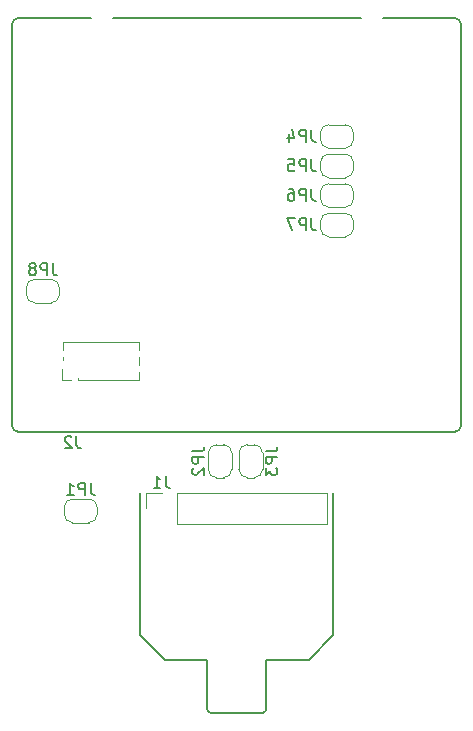
<source format=gbr>
%TF.GenerationSoftware,KiCad,Pcbnew,5.1.6*%
%TF.CreationDate,2020-09-04T21:44:15-07:00*%
%TF.ProjectId,sniffer,736e6966-6665-4722-9e6b-696361645f70,rev?*%
%TF.SameCoordinates,Original*%
%TF.FileFunction,Legend,Bot*%
%TF.FilePolarity,Positive*%
%FSLAX46Y46*%
G04 Gerber Fmt 4.6, Leading zero omitted, Abs format (unit mm)*
G04 Created by KiCad (PCBNEW 5.1.6) date 2020-09-04 21:44:15*
%MOMM*%
%LPD*%
G01*
G04 APERTURE LIST*
%ADD10C,0.150000*%
%ADD11C,0.120000*%
%ADD12C,2.300000*%
%ADD13O,1.800000X1.800000*%
%ADD14R,1.800000X1.800000*%
%ADD15O,1.100000X1.100000*%
%ADD16R,1.100000X1.100000*%
%ADD17C,1.800000*%
%ADD18C,0.100000*%
G04 APERTURE END LIST*
D10*
%TO.C,J1*%
X126100000Y-96800000D02*
X122500000Y-96800000D01*
X113900000Y-96800000D02*
X117500000Y-96800000D01*
X122500000Y-101000000D02*
X122500000Y-96800000D01*
X117800000Y-101300000D02*
X122200000Y-101300000D01*
X117500000Y-96800000D02*
X117500000Y-101000000D01*
X128200000Y-94700000D02*
X126100000Y-96800000D01*
X111800000Y-94700000D02*
X113900000Y-96800000D01*
X128200000Y-82700000D02*
X128200000Y-94700000D01*
X111800000Y-82700000D02*
X111800000Y-94700000D01*
D11*
X112320000Y-82670000D02*
X112320000Y-84000000D01*
X113650000Y-82670000D02*
X112320000Y-82670000D01*
X114920000Y-82670000D02*
X114920000Y-85330000D01*
X114920000Y-85330000D02*
X127680000Y-85330000D01*
X114920000Y-82670000D02*
X127680000Y-82670000D01*
X127680000Y-82670000D02*
X127680000Y-85330000D01*
D10*
X122200000Y-101300000D02*
G75*
G03*
X122500000Y-101000000I0J300000D01*
G01*
X117500000Y-101000000D02*
G75*
G03*
X117800000Y-101300000I300000J0D01*
G01*
D11*
%TO.C,J2*%
X105200000Y-73120000D02*
X105960000Y-73120000D01*
X111735000Y-69950000D02*
X111735000Y-70592470D01*
X111735000Y-71207530D02*
X111735000Y-71862470D01*
X111735000Y-72477530D02*
X111735000Y-73120000D01*
X106595000Y-72930000D02*
X106595000Y-73120000D01*
X106595000Y-73120000D02*
X111735000Y-73120000D01*
X105265000Y-69950000D02*
X111735000Y-69950000D01*
X105265000Y-71207530D02*
X105265000Y-71410000D01*
X105200000Y-72170000D02*
X105200000Y-73120000D01*
X105265000Y-69950000D02*
X105265000Y-70592470D01*
D10*
X101500000Y-77500000D02*
X138500000Y-77500000D01*
X139000000Y-77000000D02*
X139000000Y-43000000D01*
X138500000Y-42500000D02*
X101500000Y-42500000D01*
X101000000Y-43000000D02*
X101000000Y-77000000D01*
X101500000Y-42500000D02*
G75*
G03*
X101000000Y-43000000I0J-500000D01*
G01*
X101000000Y-77000000D02*
G75*
G03*
X101500000Y-77500000I500000J0D01*
G01*
X138500000Y-77500000D02*
G75*
G03*
X139000000Y-77000000I0J500000D01*
G01*
X139000000Y-43000000D02*
G75*
G03*
X138500000Y-42500000I-500000J0D01*
G01*
D11*
%TO.C,JP1*%
X106100000Y-85200000D02*
X107500000Y-85200000D01*
X108200000Y-84500000D02*
X108200000Y-83900000D01*
X107500000Y-83200000D02*
X106100000Y-83200000D01*
X105400000Y-83900000D02*
X105400000Y-84500000D01*
X105400000Y-84500000D02*
G75*
G03*
X106100000Y-85200000I700000J0D01*
G01*
X106100000Y-83200000D02*
G75*
G03*
X105400000Y-83900000I0J-700000D01*
G01*
X108200000Y-83900000D02*
G75*
G03*
X107500000Y-83200000I-700000J0D01*
G01*
X107500000Y-85200000D02*
G75*
G03*
X108200000Y-84500000I0J700000D01*
G01*
%TO.C,JP2*%
X119600000Y-80700000D02*
X119600000Y-79300000D01*
X118900000Y-78600000D02*
X118300000Y-78600000D01*
X117600000Y-79300000D02*
X117600000Y-80700000D01*
X118300000Y-81400000D02*
X118900000Y-81400000D01*
X118900000Y-81400000D02*
G75*
G03*
X119600000Y-80700000I0J700000D01*
G01*
X117600000Y-80700000D02*
G75*
G03*
X118300000Y-81400000I700000J0D01*
G01*
X118300000Y-78600000D02*
G75*
G03*
X117600000Y-79300000I0J-700000D01*
G01*
X119600000Y-79300000D02*
G75*
G03*
X118900000Y-78600000I-700000J0D01*
G01*
%TO.C,JP3*%
X122200000Y-80700000D02*
X122200000Y-79300000D01*
X121500000Y-78600000D02*
X120900000Y-78600000D01*
X120200000Y-79300000D02*
X120200000Y-80700000D01*
X120900000Y-81400000D02*
X121500000Y-81400000D01*
X121500000Y-81400000D02*
G75*
G03*
X122200000Y-80700000I0J700000D01*
G01*
X120200000Y-80700000D02*
G75*
G03*
X120900000Y-81400000I700000J0D01*
G01*
X120900000Y-78600000D02*
G75*
G03*
X120200000Y-79300000I0J-700000D01*
G01*
X122200000Y-79300000D02*
G75*
G03*
X121500000Y-78600000I-700000J0D01*
G01*
%TO.C,JP4*%
X129200000Y-51500000D02*
X127800000Y-51500000D01*
X127100000Y-52200000D02*
X127100000Y-52800000D01*
X127800000Y-53500000D02*
X129200000Y-53500000D01*
X129900000Y-52800000D02*
X129900000Y-52200000D01*
X129900000Y-52200000D02*
G75*
G03*
X129200000Y-51500000I-700000J0D01*
G01*
X129200000Y-53500000D02*
G75*
G03*
X129900000Y-52800000I0J700000D01*
G01*
X127100000Y-52800000D02*
G75*
G03*
X127800000Y-53500000I700000J0D01*
G01*
X127800000Y-51500000D02*
G75*
G03*
X127100000Y-52200000I0J-700000D01*
G01*
%TO.C,JP5*%
X129200000Y-54000000D02*
X127800000Y-54000000D01*
X127100000Y-54700000D02*
X127100000Y-55300000D01*
X127800000Y-56000000D02*
X129200000Y-56000000D01*
X129900000Y-55300000D02*
X129900000Y-54700000D01*
X129900000Y-54700000D02*
G75*
G03*
X129200000Y-54000000I-700000J0D01*
G01*
X129200000Y-56000000D02*
G75*
G03*
X129900000Y-55300000I0J700000D01*
G01*
X127100000Y-55300000D02*
G75*
G03*
X127800000Y-56000000I700000J0D01*
G01*
X127800000Y-54000000D02*
G75*
G03*
X127100000Y-54700000I0J-700000D01*
G01*
%TO.C,JP6*%
X129200000Y-56500000D02*
X127800000Y-56500000D01*
X127100000Y-57200000D02*
X127100000Y-57800000D01*
X127800000Y-58500000D02*
X129200000Y-58500000D01*
X129900000Y-57800000D02*
X129900000Y-57200000D01*
X129900000Y-57200000D02*
G75*
G03*
X129200000Y-56500000I-700000J0D01*
G01*
X129200000Y-58500000D02*
G75*
G03*
X129900000Y-57800000I0J700000D01*
G01*
X127100000Y-57800000D02*
G75*
G03*
X127800000Y-58500000I700000J0D01*
G01*
X127800000Y-56500000D02*
G75*
G03*
X127100000Y-57200000I0J-700000D01*
G01*
%TO.C,JP7*%
X129200000Y-59000000D02*
X127800000Y-59000000D01*
X127100000Y-59700000D02*
X127100000Y-60300000D01*
X127800000Y-61000000D02*
X129200000Y-61000000D01*
X129900000Y-60300000D02*
X129900000Y-59700000D01*
X129900000Y-59700000D02*
G75*
G03*
X129200000Y-59000000I-700000J0D01*
G01*
X129200000Y-61000000D02*
G75*
G03*
X129900000Y-60300000I0J700000D01*
G01*
X127100000Y-60300000D02*
G75*
G03*
X127800000Y-61000000I700000J0D01*
G01*
X127800000Y-59000000D02*
G75*
G03*
X127100000Y-59700000I0J-700000D01*
G01*
%TO.C,JP8*%
X104300000Y-64600000D02*
X102900000Y-64600000D01*
X102200000Y-65300000D02*
X102200000Y-65900000D01*
X102900000Y-66600000D02*
X104300000Y-66600000D01*
X105000000Y-65900000D02*
X105000000Y-65300000D01*
X105000000Y-65300000D02*
G75*
G03*
X104300000Y-64600000I-700000J0D01*
G01*
X104300000Y-66600000D02*
G75*
G03*
X105000000Y-65900000I0J700000D01*
G01*
X102200000Y-65900000D02*
G75*
G03*
X102900000Y-66600000I700000J0D01*
G01*
X102900000Y-64600000D02*
G75*
G03*
X102200000Y-65300000I0J-700000D01*
G01*
%TO.C,J1*%
D10*
X113983333Y-81252380D02*
X113983333Y-81966666D01*
X114030952Y-82109523D01*
X114126190Y-82204761D01*
X114269047Y-82252380D01*
X114364285Y-82252380D01*
X112983333Y-82252380D02*
X113554761Y-82252380D01*
X113269047Y-82252380D02*
X113269047Y-81252380D01*
X113364285Y-81395238D01*
X113459523Y-81490476D01*
X113554761Y-81538095D01*
%TO.C,J2*%
X106433333Y-77902380D02*
X106433333Y-78616666D01*
X106480952Y-78759523D01*
X106576190Y-78854761D01*
X106719047Y-78902380D01*
X106814285Y-78902380D01*
X106004761Y-77997619D02*
X105957142Y-77950000D01*
X105861904Y-77902380D01*
X105623809Y-77902380D01*
X105528571Y-77950000D01*
X105480952Y-77997619D01*
X105433333Y-78092857D01*
X105433333Y-78188095D01*
X105480952Y-78330952D01*
X106052380Y-78902380D01*
X105433333Y-78902380D01*
%TO.C,JP1*%
X107633333Y-81852380D02*
X107633333Y-82566666D01*
X107680952Y-82709523D01*
X107776190Y-82804761D01*
X107919047Y-82852380D01*
X108014285Y-82852380D01*
X107157142Y-82852380D02*
X107157142Y-81852380D01*
X106776190Y-81852380D01*
X106680952Y-81900000D01*
X106633333Y-81947619D01*
X106585714Y-82042857D01*
X106585714Y-82185714D01*
X106633333Y-82280952D01*
X106680952Y-82328571D01*
X106776190Y-82376190D01*
X107157142Y-82376190D01*
X105633333Y-82852380D02*
X106204761Y-82852380D01*
X105919047Y-82852380D02*
X105919047Y-81852380D01*
X106014285Y-81995238D01*
X106109523Y-82090476D01*
X106204761Y-82138095D01*
%TO.C,JP2*%
X116252380Y-79166666D02*
X116966666Y-79166666D01*
X117109523Y-79119047D01*
X117204761Y-79023809D01*
X117252380Y-78880952D01*
X117252380Y-78785714D01*
X117252380Y-79642857D02*
X116252380Y-79642857D01*
X116252380Y-80023809D01*
X116300000Y-80119047D01*
X116347619Y-80166666D01*
X116442857Y-80214285D01*
X116585714Y-80214285D01*
X116680952Y-80166666D01*
X116728571Y-80119047D01*
X116776190Y-80023809D01*
X116776190Y-79642857D01*
X116347619Y-80595238D02*
X116300000Y-80642857D01*
X116252380Y-80738095D01*
X116252380Y-80976190D01*
X116300000Y-81071428D01*
X116347619Y-81119047D01*
X116442857Y-81166666D01*
X116538095Y-81166666D01*
X116680952Y-81119047D01*
X117252380Y-80547619D01*
X117252380Y-81166666D01*
%TO.C,JP3*%
X122452380Y-79166666D02*
X123166666Y-79166666D01*
X123309523Y-79119047D01*
X123404761Y-79023809D01*
X123452380Y-78880952D01*
X123452380Y-78785714D01*
X123452380Y-79642857D02*
X122452380Y-79642857D01*
X122452380Y-80023809D01*
X122500000Y-80119047D01*
X122547619Y-80166666D01*
X122642857Y-80214285D01*
X122785714Y-80214285D01*
X122880952Y-80166666D01*
X122928571Y-80119047D01*
X122976190Y-80023809D01*
X122976190Y-79642857D01*
X122452380Y-80547619D02*
X122452380Y-81166666D01*
X122833333Y-80833333D01*
X122833333Y-80976190D01*
X122880952Y-81071428D01*
X122928571Y-81119047D01*
X123023809Y-81166666D01*
X123261904Y-81166666D01*
X123357142Y-81119047D01*
X123404761Y-81071428D01*
X123452380Y-80976190D01*
X123452380Y-80690476D01*
X123404761Y-80595238D01*
X123357142Y-80547619D01*
%TO.C,JP4*%
X126333333Y-51952380D02*
X126333333Y-52666666D01*
X126380952Y-52809523D01*
X126476190Y-52904761D01*
X126619047Y-52952380D01*
X126714285Y-52952380D01*
X125857142Y-52952380D02*
X125857142Y-51952380D01*
X125476190Y-51952380D01*
X125380952Y-52000000D01*
X125333333Y-52047619D01*
X125285714Y-52142857D01*
X125285714Y-52285714D01*
X125333333Y-52380952D01*
X125380952Y-52428571D01*
X125476190Y-52476190D01*
X125857142Y-52476190D01*
X124428571Y-52285714D02*
X124428571Y-52952380D01*
X124666666Y-51904761D02*
X124904761Y-52619047D01*
X124285714Y-52619047D01*
%TO.C,JP5*%
X126333333Y-54452380D02*
X126333333Y-55166666D01*
X126380952Y-55309523D01*
X126476190Y-55404761D01*
X126619047Y-55452380D01*
X126714285Y-55452380D01*
X125857142Y-55452380D02*
X125857142Y-54452380D01*
X125476190Y-54452380D01*
X125380952Y-54500000D01*
X125333333Y-54547619D01*
X125285714Y-54642857D01*
X125285714Y-54785714D01*
X125333333Y-54880952D01*
X125380952Y-54928571D01*
X125476190Y-54976190D01*
X125857142Y-54976190D01*
X124380952Y-54452380D02*
X124857142Y-54452380D01*
X124904761Y-54928571D01*
X124857142Y-54880952D01*
X124761904Y-54833333D01*
X124523809Y-54833333D01*
X124428571Y-54880952D01*
X124380952Y-54928571D01*
X124333333Y-55023809D01*
X124333333Y-55261904D01*
X124380952Y-55357142D01*
X124428571Y-55404761D01*
X124523809Y-55452380D01*
X124761904Y-55452380D01*
X124857142Y-55404761D01*
X124904761Y-55357142D01*
%TO.C,JP6*%
X126333333Y-56952380D02*
X126333333Y-57666666D01*
X126380952Y-57809523D01*
X126476190Y-57904761D01*
X126619047Y-57952380D01*
X126714285Y-57952380D01*
X125857142Y-57952380D02*
X125857142Y-56952380D01*
X125476190Y-56952380D01*
X125380952Y-57000000D01*
X125333333Y-57047619D01*
X125285714Y-57142857D01*
X125285714Y-57285714D01*
X125333333Y-57380952D01*
X125380952Y-57428571D01*
X125476190Y-57476190D01*
X125857142Y-57476190D01*
X124428571Y-56952380D02*
X124619047Y-56952380D01*
X124714285Y-57000000D01*
X124761904Y-57047619D01*
X124857142Y-57190476D01*
X124904761Y-57380952D01*
X124904761Y-57761904D01*
X124857142Y-57857142D01*
X124809523Y-57904761D01*
X124714285Y-57952380D01*
X124523809Y-57952380D01*
X124428571Y-57904761D01*
X124380952Y-57857142D01*
X124333333Y-57761904D01*
X124333333Y-57523809D01*
X124380952Y-57428571D01*
X124428571Y-57380952D01*
X124523809Y-57333333D01*
X124714285Y-57333333D01*
X124809523Y-57380952D01*
X124857142Y-57428571D01*
X124904761Y-57523809D01*
%TO.C,JP7*%
X126333333Y-59452380D02*
X126333333Y-60166666D01*
X126380952Y-60309523D01*
X126476190Y-60404761D01*
X126619047Y-60452380D01*
X126714285Y-60452380D01*
X125857142Y-60452380D02*
X125857142Y-59452380D01*
X125476190Y-59452380D01*
X125380952Y-59500000D01*
X125333333Y-59547619D01*
X125285714Y-59642857D01*
X125285714Y-59785714D01*
X125333333Y-59880952D01*
X125380952Y-59928571D01*
X125476190Y-59976190D01*
X125857142Y-59976190D01*
X124952380Y-59452380D02*
X124285714Y-59452380D01*
X124714285Y-60452380D01*
%TO.C,JP8*%
X104433333Y-63252380D02*
X104433333Y-63966666D01*
X104480952Y-64109523D01*
X104576190Y-64204761D01*
X104719047Y-64252380D01*
X104814285Y-64252380D01*
X103957142Y-64252380D02*
X103957142Y-63252380D01*
X103576190Y-63252380D01*
X103480952Y-63300000D01*
X103433333Y-63347619D01*
X103385714Y-63442857D01*
X103385714Y-63585714D01*
X103433333Y-63680952D01*
X103480952Y-63728571D01*
X103576190Y-63776190D01*
X103957142Y-63776190D01*
X102814285Y-63680952D02*
X102909523Y-63633333D01*
X102957142Y-63585714D01*
X103004761Y-63490476D01*
X103004761Y-63442857D01*
X102957142Y-63347619D01*
X102909523Y-63300000D01*
X102814285Y-63252380D01*
X102623809Y-63252380D01*
X102528571Y-63300000D01*
X102480952Y-63347619D01*
X102433333Y-63442857D01*
X102433333Y-63490476D01*
X102480952Y-63585714D01*
X102528571Y-63633333D01*
X102623809Y-63680952D01*
X102814285Y-63680952D01*
X102909523Y-63728571D01*
X102957142Y-63776190D01*
X103004761Y-63871428D01*
X103004761Y-64061904D01*
X102957142Y-64157142D01*
X102909523Y-64204761D01*
X102814285Y-64252380D01*
X102623809Y-64252380D01*
X102528571Y-64204761D01*
X102480952Y-64157142D01*
X102433333Y-64061904D01*
X102433333Y-63871428D01*
X102480952Y-63776190D01*
X102528571Y-63728571D01*
X102623809Y-63680952D01*
%TD*%
%LPC*%
D12*
%TO.C,J1*%
X125500000Y-94000000D03*
X114500000Y-94000000D03*
D13*
X126350000Y-84000000D03*
X123810000Y-84000000D03*
X121270000Y-84000000D03*
X118730000Y-84000000D03*
X116190000Y-84000000D03*
D14*
X113650000Y-84000000D03*
%TD*%
D15*
%TO.C,J2*%
X107230000Y-70900000D03*
X105960000Y-70900000D03*
X109770000Y-70900000D03*
X111040000Y-72170000D03*
X111040000Y-70900000D03*
X107230000Y-72170000D03*
X108500000Y-70900000D03*
X109770000Y-72170000D03*
D16*
X105960000Y-72170000D03*
D15*
X108500000Y-72170000D03*
D12*
X103500000Y-45000000D03*
X136500000Y-75000000D03*
%TD*%
%TO.C,H4*%
X135200000Y-97700000D03*
%TD*%
%TO.C,H3*%
X135200000Y-39800000D03*
%TD*%
%TO.C,H2*%
X104800000Y-97700000D03*
%TD*%
%TO.C,H1*%
X104800000Y-39800000D03*
%TD*%
D17*
%TO.C,U1*%
X108570000Y-65240000D03*
X108570000Y-62700000D03*
X108570000Y-60160000D03*
X108570000Y-57620000D03*
X108570000Y-55080000D03*
X108570000Y-52540000D03*
X108570000Y-50000000D03*
X108570000Y-47460000D03*
X108570000Y-44920000D03*
X108570000Y-42380000D03*
X108570000Y-39840000D03*
X108570000Y-37300000D03*
X131430000Y-65240000D03*
X131430000Y-62700000D03*
X131430000Y-60160000D03*
X131430000Y-57620000D03*
X131430000Y-55080000D03*
X131430000Y-52540000D03*
X131430000Y-50000000D03*
X131430000Y-47460000D03*
X131430000Y-44920000D03*
X131430000Y-42380000D03*
X131430000Y-39840000D03*
X131430000Y-37300000D03*
%TD*%
D18*
%TO.C,JP1*%
G36*
X106659755Y-83400961D02*
G01*
X106669134Y-83403806D01*
X106677779Y-83408427D01*
X106685355Y-83414645D01*
X106691573Y-83422221D01*
X106696194Y-83430866D01*
X106699039Y-83440245D01*
X106700000Y-83450000D01*
X106700000Y-84950000D01*
X106699039Y-84959755D01*
X106696194Y-84969134D01*
X106691573Y-84977779D01*
X106685355Y-84985355D01*
X106677779Y-84991573D01*
X106669134Y-84996194D01*
X106659755Y-84999039D01*
X106650000Y-85000000D01*
X106150000Y-85000000D01*
X106143889Y-84999398D01*
X106125466Y-84999398D01*
X106120565Y-84999157D01*
X106071734Y-84994347D01*
X106066881Y-84993627D01*
X106018756Y-84984055D01*
X106013995Y-84982863D01*
X105967040Y-84968619D01*
X105962421Y-84966966D01*
X105917088Y-84948189D01*
X105912651Y-84946091D01*
X105869378Y-84922960D01*
X105865171Y-84920438D01*
X105824372Y-84893178D01*
X105820430Y-84890254D01*
X105782501Y-84859126D01*
X105778866Y-84855831D01*
X105744169Y-84821134D01*
X105740874Y-84817499D01*
X105709746Y-84779570D01*
X105706822Y-84775628D01*
X105679562Y-84734829D01*
X105677040Y-84730622D01*
X105653909Y-84687349D01*
X105651811Y-84682912D01*
X105633034Y-84637579D01*
X105631381Y-84632960D01*
X105617137Y-84586005D01*
X105615945Y-84581244D01*
X105606373Y-84533119D01*
X105605653Y-84528266D01*
X105600843Y-84479435D01*
X105600602Y-84474534D01*
X105600602Y-84456111D01*
X105600000Y-84450000D01*
X105600000Y-83950000D01*
X105600602Y-83943889D01*
X105600602Y-83925466D01*
X105600843Y-83920565D01*
X105605653Y-83871734D01*
X105606373Y-83866881D01*
X105615945Y-83818756D01*
X105617137Y-83813995D01*
X105631381Y-83767040D01*
X105633034Y-83762421D01*
X105651811Y-83717088D01*
X105653909Y-83712651D01*
X105677040Y-83669378D01*
X105679562Y-83665171D01*
X105706822Y-83624372D01*
X105709746Y-83620430D01*
X105740874Y-83582501D01*
X105744169Y-83578866D01*
X105778866Y-83544169D01*
X105782501Y-83540874D01*
X105820430Y-83509746D01*
X105824372Y-83506822D01*
X105865171Y-83479562D01*
X105869378Y-83477040D01*
X105912651Y-83453909D01*
X105917088Y-83451811D01*
X105962421Y-83433034D01*
X105967040Y-83431381D01*
X106013995Y-83417137D01*
X106018756Y-83415945D01*
X106066881Y-83406373D01*
X106071734Y-83405653D01*
X106120565Y-83400843D01*
X106125466Y-83400602D01*
X106143889Y-83400602D01*
X106150000Y-83400000D01*
X106650000Y-83400000D01*
X106659755Y-83400961D01*
G37*
G36*
X107456111Y-83400602D02*
G01*
X107474534Y-83400602D01*
X107479435Y-83400843D01*
X107528266Y-83405653D01*
X107533119Y-83406373D01*
X107581244Y-83415945D01*
X107586005Y-83417137D01*
X107632960Y-83431381D01*
X107637579Y-83433034D01*
X107682912Y-83451811D01*
X107687349Y-83453909D01*
X107730622Y-83477040D01*
X107734829Y-83479562D01*
X107775628Y-83506822D01*
X107779570Y-83509746D01*
X107817499Y-83540874D01*
X107821134Y-83544169D01*
X107855831Y-83578866D01*
X107859126Y-83582501D01*
X107890254Y-83620430D01*
X107893178Y-83624372D01*
X107920438Y-83665171D01*
X107922960Y-83669378D01*
X107946091Y-83712651D01*
X107948189Y-83717088D01*
X107966966Y-83762421D01*
X107968619Y-83767040D01*
X107982863Y-83813995D01*
X107984055Y-83818756D01*
X107993627Y-83866881D01*
X107994347Y-83871734D01*
X107999157Y-83920565D01*
X107999398Y-83925466D01*
X107999398Y-83943889D01*
X108000000Y-83950000D01*
X108000000Y-84450000D01*
X107999398Y-84456111D01*
X107999398Y-84474534D01*
X107999157Y-84479435D01*
X107994347Y-84528266D01*
X107993627Y-84533119D01*
X107984055Y-84581244D01*
X107982863Y-84586005D01*
X107968619Y-84632960D01*
X107966966Y-84637579D01*
X107948189Y-84682912D01*
X107946091Y-84687349D01*
X107922960Y-84730622D01*
X107920438Y-84734829D01*
X107893178Y-84775628D01*
X107890254Y-84779570D01*
X107859126Y-84817499D01*
X107855831Y-84821134D01*
X107821134Y-84855831D01*
X107817499Y-84859126D01*
X107779570Y-84890254D01*
X107775628Y-84893178D01*
X107734829Y-84920438D01*
X107730622Y-84922960D01*
X107687349Y-84946091D01*
X107682912Y-84948189D01*
X107637579Y-84966966D01*
X107632960Y-84968619D01*
X107586005Y-84982863D01*
X107581244Y-84984055D01*
X107533119Y-84993627D01*
X107528266Y-84994347D01*
X107479435Y-84999157D01*
X107474534Y-84999398D01*
X107456111Y-84999398D01*
X107450000Y-85000000D01*
X106950000Y-85000000D01*
X106940245Y-84999039D01*
X106930866Y-84996194D01*
X106922221Y-84991573D01*
X106914645Y-84985355D01*
X106908427Y-84977779D01*
X106903806Y-84969134D01*
X106900961Y-84959755D01*
X106900000Y-84950000D01*
X106900000Y-83450000D01*
X106900961Y-83440245D01*
X106903806Y-83430866D01*
X106908427Y-83422221D01*
X106914645Y-83414645D01*
X106922221Y-83408427D01*
X106930866Y-83403806D01*
X106940245Y-83400961D01*
X106950000Y-83400000D01*
X107450000Y-83400000D01*
X107456111Y-83400602D01*
G37*
%TD*%
%TO.C,JP2*%
G36*
X117800961Y-80140245D02*
G01*
X117803806Y-80130866D01*
X117808427Y-80122221D01*
X117814645Y-80114645D01*
X117822221Y-80108427D01*
X117830866Y-80103806D01*
X117840245Y-80100961D01*
X117850000Y-80100000D01*
X119350000Y-80100000D01*
X119359755Y-80100961D01*
X119369134Y-80103806D01*
X119377779Y-80108427D01*
X119385355Y-80114645D01*
X119391573Y-80122221D01*
X119396194Y-80130866D01*
X119399039Y-80140245D01*
X119400000Y-80150000D01*
X119400000Y-80650000D01*
X119399398Y-80656111D01*
X119399398Y-80674534D01*
X119399157Y-80679435D01*
X119394347Y-80728266D01*
X119393627Y-80733119D01*
X119384055Y-80781244D01*
X119382863Y-80786005D01*
X119368619Y-80832960D01*
X119366966Y-80837579D01*
X119348189Y-80882912D01*
X119346091Y-80887349D01*
X119322960Y-80930622D01*
X119320438Y-80934829D01*
X119293178Y-80975628D01*
X119290254Y-80979570D01*
X119259126Y-81017499D01*
X119255831Y-81021134D01*
X119221134Y-81055831D01*
X119217499Y-81059126D01*
X119179570Y-81090254D01*
X119175628Y-81093178D01*
X119134829Y-81120438D01*
X119130622Y-81122960D01*
X119087349Y-81146091D01*
X119082912Y-81148189D01*
X119037579Y-81166966D01*
X119032960Y-81168619D01*
X118986005Y-81182863D01*
X118981244Y-81184055D01*
X118933119Y-81193627D01*
X118928266Y-81194347D01*
X118879435Y-81199157D01*
X118874534Y-81199398D01*
X118856111Y-81199398D01*
X118850000Y-81200000D01*
X118350000Y-81200000D01*
X118343889Y-81199398D01*
X118325466Y-81199398D01*
X118320565Y-81199157D01*
X118271734Y-81194347D01*
X118266881Y-81193627D01*
X118218756Y-81184055D01*
X118213995Y-81182863D01*
X118167040Y-81168619D01*
X118162421Y-81166966D01*
X118117088Y-81148189D01*
X118112651Y-81146091D01*
X118069378Y-81122960D01*
X118065171Y-81120438D01*
X118024372Y-81093178D01*
X118020430Y-81090254D01*
X117982501Y-81059126D01*
X117978866Y-81055831D01*
X117944169Y-81021134D01*
X117940874Y-81017499D01*
X117909746Y-80979570D01*
X117906822Y-80975628D01*
X117879562Y-80934829D01*
X117877040Y-80930622D01*
X117853909Y-80887349D01*
X117851811Y-80882912D01*
X117833034Y-80837579D01*
X117831381Y-80832960D01*
X117817137Y-80786005D01*
X117815945Y-80781244D01*
X117806373Y-80733119D01*
X117805653Y-80728266D01*
X117800843Y-80679435D01*
X117800602Y-80674534D01*
X117800602Y-80656111D01*
X117800000Y-80650000D01*
X117800000Y-80150000D01*
X117800961Y-80140245D01*
G37*
G36*
X117800602Y-79343889D02*
G01*
X117800602Y-79325466D01*
X117800843Y-79320565D01*
X117805653Y-79271734D01*
X117806373Y-79266881D01*
X117815945Y-79218756D01*
X117817137Y-79213995D01*
X117831381Y-79167040D01*
X117833034Y-79162421D01*
X117851811Y-79117088D01*
X117853909Y-79112651D01*
X117877040Y-79069378D01*
X117879562Y-79065171D01*
X117906822Y-79024372D01*
X117909746Y-79020430D01*
X117940874Y-78982501D01*
X117944169Y-78978866D01*
X117978866Y-78944169D01*
X117982501Y-78940874D01*
X118020430Y-78909746D01*
X118024372Y-78906822D01*
X118065171Y-78879562D01*
X118069378Y-78877040D01*
X118112651Y-78853909D01*
X118117088Y-78851811D01*
X118162421Y-78833034D01*
X118167040Y-78831381D01*
X118213995Y-78817137D01*
X118218756Y-78815945D01*
X118266881Y-78806373D01*
X118271734Y-78805653D01*
X118320565Y-78800843D01*
X118325466Y-78800602D01*
X118343889Y-78800602D01*
X118350000Y-78800000D01*
X118850000Y-78800000D01*
X118856111Y-78800602D01*
X118874534Y-78800602D01*
X118879435Y-78800843D01*
X118928266Y-78805653D01*
X118933119Y-78806373D01*
X118981244Y-78815945D01*
X118986005Y-78817137D01*
X119032960Y-78831381D01*
X119037579Y-78833034D01*
X119082912Y-78851811D01*
X119087349Y-78853909D01*
X119130622Y-78877040D01*
X119134829Y-78879562D01*
X119175628Y-78906822D01*
X119179570Y-78909746D01*
X119217499Y-78940874D01*
X119221134Y-78944169D01*
X119255831Y-78978866D01*
X119259126Y-78982501D01*
X119290254Y-79020430D01*
X119293178Y-79024372D01*
X119320438Y-79065171D01*
X119322960Y-79069378D01*
X119346091Y-79112651D01*
X119348189Y-79117088D01*
X119366966Y-79162421D01*
X119368619Y-79167040D01*
X119382863Y-79213995D01*
X119384055Y-79218756D01*
X119393627Y-79266881D01*
X119394347Y-79271734D01*
X119399157Y-79320565D01*
X119399398Y-79325466D01*
X119399398Y-79343889D01*
X119400000Y-79350000D01*
X119400000Y-79850000D01*
X119399039Y-79859755D01*
X119396194Y-79869134D01*
X119391573Y-79877779D01*
X119385355Y-79885355D01*
X119377779Y-79891573D01*
X119369134Y-79896194D01*
X119359755Y-79899039D01*
X119350000Y-79900000D01*
X117850000Y-79900000D01*
X117840245Y-79899039D01*
X117830866Y-79896194D01*
X117822221Y-79891573D01*
X117814645Y-79885355D01*
X117808427Y-79877779D01*
X117803806Y-79869134D01*
X117800961Y-79859755D01*
X117800000Y-79850000D01*
X117800000Y-79350000D01*
X117800602Y-79343889D01*
G37*
%TD*%
%TO.C,JP3*%
G36*
X120400961Y-80140245D02*
G01*
X120403806Y-80130866D01*
X120408427Y-80122221D01*
X120414645Y-80114645D01*
X120422221Y-80108427D01*
X120430866Y-80103806D01*
X120440245Y-80100961D01*
X120450000Y-80100000D01*
X121950000Y-80100000D01*
X121959755Y-80100961D01*
X121969134Y-80103806D01*
X121977779Y-80108427D01*
X121985355Y-80114645D01*
X121991573Y-80122221D01*
X121996194Y-80130866D01*
X121999039Y-80140245D01*
X122000000Y-80150000D01*
X122000000Y-80650000D01*
X121999398Y-80656111D01*
X121999398Y-80674534D01*
X121999157Y-80679435D01*
X121994347Y-80728266D01*
X121993627Y-80733119D01*
X121984055Y-80781244D01*
X121982863Y-80786005D01*
X121968619Y-80832960D01*
X121966966Y-80837579D01*
X121948189Y-80882912D01*
X121946091Y-80887349D01*
X121922960Y-80930622D01*
X121920438Y-80934829D01*
X121893178Y-80975628D01*
X121890254Y-80979570D01*
X121859126Y-81017499D01*
X121855831Y-81021134D01*
X121821134Y-81055831D01*
X121817499Y-81059126D01*
X121779570Y-81090254D01*
X121775628Y-81093178D01*
X121734829Y-81120438D01*
X121730622Y-81122960D01*
X121687349Y-81146091D01*
X121682912Y-81148189D01*
X121637579Y-81166966D01*
X121632960Y-81168619D01*
X121586005Y-81182863D01*
X121581244Y-81184055D01*
X121533119Y-81193627D01*
X121528266Y-81194347D01*
X121479435Y-81199157D01*
X121474534Y-81199398D01*
X121456111Y-81199398D01*
X121450000Y-81200000D01*
X120950000Y-81200000D01*
X120943889Y-81199398D01*
X120925466Y-81199398D01*
X120920565Y-81199157D01*
X120871734Y-81194347D01*
X120866881Y-81193627D01*
X120818756Y-81184055D01*
X120813995Y-81182863D01*
X120767040Y-81168619D01*
X120762421Y-81166966D01*
X120717088Y-81148189D01*
X120712651Y-81146091D01*
X120669378Y-81122960D01*
X120665171Y-81120438D01*
X120624372Y-81093178D01*
X120620430Y-81090254D01*
X120582501Y-81059126D01*
X120578866Y-81055831D01*
X120544169Y-81021134D01*
X120540874Y-81017499D01*
X120509746Y-80979570D01*
X120506822Y-80975628D01*
X120479562Y-80934829D01*
X120477040Y-80930622D01*
X120453909Y-80887349D01*
X120451811Y-80882912D01*
X120433034Y-80837579D01*
X120431381Y-80832960D01*
X120417137Y-80786005D01*
X120415945Y-80781244D01*
X120406373Y-80733119D01*
X120405653Y-80728266D01*
X120400843Y-80679435D01*
X120400602Y-80674534D01*
X120400602Y-80656111D01*
X120400000Y-80650000D01*
X120400000Y-80150000D01*
X120400961Y-80140245D01*
G37*
G36*
X120400602Y-79343889D02*
G01*
X120400602Y-79325466D01*
X120400843Y-79320565D01*
X120405653Y-79271734D01*
X120406373Y-79266881D01*
X120415945Y-79218756D01*
X120417137Y-79213995D01*
X120431381Y-79167040D01*
X120433034Y-79162421D01*
X120451811Y-79117088D01*
X120453909Y-79112651D01*
X120477040Y-79069378D01*
X120479562Y-79065171D01*
X120506822Y-79024372D01*
X120509746Y-79020430D01*
X120540874Y-78982501D01*
X120544169Y-78978866D01*
X120578866Y-78944169D01*
X120582501Y-78940874D01*
X120620430Y-78909746D01*
X120624372Y-78906822D01*
X120665171Y-78879562D01*
X120669378Y-78877040D01*
X120712651Y-78853909D01*
X120717088Y-78851811D01*
X120762421Y-78833034D01*
X120767040Y-78831381D01*
X120813995Y-78817137D01*
X120818756Y-78815945D01*
X120866881Y-78806373D01*
X120871734Y-78805653D01*
X120920565Y-78800843D01*
X120925466Y-78800602D01*
X120943889Y-78800602D01*
X120950000Y-78800000D01*
X121450000Y-78800000D01*
X121456111Y-78800602D01*
X121474534Y-78800602D01*
X121479435Y-78800843D01*
X121528266Y-78805653D01*
X121533119Y-78806373D01*
X121581244Y-78815945D01*
X121586005Y-78817137D01*
X121632960Y-78831381D01*
X121637579Y-78833034D01*
X121682912Y-78851811D01*
X121687349Y-78853909D01*
X121730622Y-78877040D01*
X121734829Y-78879562D01*
X121775628Y-78906822D01*
X121779570Y-78909746D01*
X121817499Y-78940874D01*
X121821134Y-78944169D01*
X121855831Y-78978866D01*
X121859126Y-78982501D01*
X121890254Y-79020430D01*
X121893178Y-79024372D01*
X121920438Y-79065171D01*
X121922960Y-79069378D01*
X121946091Y-79112651D01*
X121948189Y-79117088D01*
X121966966Y-79162421D01*
X121968619Y-79167040D01*
X121982863Y-79213995D01*
X121984055Y-79218756D01*
X121993627Y-79266881D01*
X121994347Y-79271734D01*
X121999157Y-79320565D01*
X121999398Y-79325466D01*
X121999398Y-79343889D01*
X122000000Y-79350000D01*
X122000000Y-79850000D01*
X121999039Y-79859755D01*
X121996194Y-79869134D01*
X121991573Y-79877779D01*
X121985355Y-79885355D01*
X121977779Y-79891573D01*
X121969134Y-79896194D01*
X121959755Y-79899039D01*
X121950000Y-79900000D01*
X120450000Y-79900000D01*
X120440245Y-79899039D01*
X120430866Y-79896194D01*
X120422221Y-79891573D01*
X120414645Y-79885355D01*
X120408427Y-79877779D01*
X120403806Y-79869134D01*
X120400961Y-79859755D01*
X120400000Y-79850000D01*
X120400000Y-79350000D01*
X120400602Y-79343889D01*
G37*
%TD*%
%TO.C,JP4*%
G36*
X128640245Y-53299039D02*
G01*
X128630866Y-53296194D01*
X128622221Y-53291573D01*
X128614645Y-53285355D01*
X128608427Y-53277779D01*
X128603806Y-53269134D01*
X128600961Y-53259755D01*
X128600000Y-53250000D01*
X128600000Y-51750000D01*
X128600961Y-51740245D01*
X128603806Y-51730866D01*
X128608427Y-51722221D01*
X128614645Y-51714645D01*
X128622221Y-51708427D01*
X128630866Y-51703806D01*
X128640245Y-51700961D01*
X128650000Y-51700000D01*
X129150000Y-51700000D01*
X129156111Y-51700602D01*
X129174534Y-51700602D01*
X129179435Y-51700843D01*
X129228266Y-51705653D01*
X129233119Y-51706373D01*
X129281244Y-51715945D01*
X129286005Y-51717137D01*
X129332960Y-51731381D01*
X129337579Y-51733034D01*
X129382912Y-51751811D01*
X129387349Y-51753909D01*
X129430622Y-51777040D01*
X129434829Y-51779562D01*
X129475628Y-51806822D01*
X129479570Y-51809746D01*
X129517499Y-51840874D01*
X129521134Y-51844169D01*
X129555831Y-51878866D01*
X129559126Y-51882501D01*
X129590254Y-51920430D01*
X129593178Y-51924372D01*
X129620438Y-51965171D01*
X129622960Y-51969378D01*
X129646091Y-52012651D01*
X129648189Y-52017088D01*
X129666966Y-52062421D01*
X129668619Y-52067040D01*
X129682863Y-52113995D01*
X129684055Y-52118756D01*
X129693627Y-52166881D01*
X129694347Y-52171734D01*
X129699157Y-52220565D01*
X129699398Y-52225466D01*
X129699398Y-52243889D01*
X129700000Y-52250000D01*
X129700000Y-52750000D01*
X129699398Y-52756111D01*
X129699398Y-52774534D01*
X129699157Y-52779435D01*
X129694347Y-52828266D01*
X129693627Y-52833119D01*
X129684055Y-52881244D01*
X129682863Y-52886005D01*
X129668619Y-52932960D01*
X129666966Y-52937579D01*
X129648189Y-52982912D01*
X129646091Y-52987349D01*
X129622960Y-53030622D01*
X129620438Y-53034829D01*
X129593178Y-53075628D01*
X129590254Y-53079570D01*
X129559126Y-53117499D01*
X129555831Y-53121134D01*
X129521134Y-53155831D01*
X129517499Y-53159126D01*
X129479570Y-53190254D01*
X129475628Y-53193178D01*
X129434829Y-53220438D01*
X129430622Y-53222960D01*
X129387349Y-53246091D01*
X129382912Y-53248189D01*
X129337579Y-53266966D01*
X129332960Y-53268619D01*
X129286005Y-53282863D01*
X129281244Y-53284055D01*
X129233119Y-53293627D01*
X129228266Y-53294347D01*
X129179435Y-53299157D01*
X129174534Y-53299398D01*
X129156111Y-53299398D01*
X129150000Y-53300000D01*
X128650000Y-53300000D01*
X128640245Y-53299039D01*
G37*
G36*
X127843889Y-53299398D02*
G01*
X127825466Y-53299398D01*
X127820565Y-53299157D01*
X127771734Y-53294347D01*
X127766881Y-53293627D01*
X127718756Y-53284055D01*
X127713995Y-53282863D01*
X127667040Y-53268619D01*
X127662421Y-53266966D01*
X127617088Y-53248189D01*
X127612651Y-53246091D01*
X127569378Y-53222960D01*
X127565171Y-53220438D01*
X127524372Y-53193178D01*
X127520430Y-53190254D01*
X127482501Y-53159126D01*
X127478866Y-53155831D01*
X127444169Y-53121134D01*
X127440874Y-53117499D01*
X127409746Y-53079570D01*
X127406822Y-53075628D01*
X127379562Y-53034829D01*
X127377040Y-53030622D01*
X127353909Y-52987349D01*
X127351811Y-52982912D01*
X127333034Y-52937579D01*
X127331381Y-52932960D01*
X127317137Y-52886005D01*
X127315945Y-52881244D01*
X127306373Y-52833119D01*
X127305653Y-52828266D01*
X127300843Y-52779435D01*
X127300602Y-52774534D01*
X127300602Y-52756111D01*
X127300000Y-52750000D01*
X127300000Y-52250000D01*
X127300602Y-52243889D01*
X127300602Y-52225466D01*
X127300843Y-52220565D01*
X127305653Y-52171734D01*
X127306373Y-52166881D01*
X127315945Y-52118756D01*
X127317137Y-52113995D01*
X127331381Y-52067040D01*
X127333034Y-52062421D01*
X127351811Y-52017088D01*
X127353909Y-52012651D01*
X127377040Y-51969378D01*
X127379562Y-51965171D01*
X127406822Y-51924372D01*
X127409746Y-51920430D01*
X127440874Y-51882501D01*
X127444169Y-51878866D01*
X127478866Y-51844169D01*
X127482501Y-51840874D01*
X127520430Y-51809746D01*
X127524372Y-51806822D01*
X127565171Y-51779562D01*
X127569378Y-51777040D01*
X127612651Y-51753909D01*
X127617088Y-51751811D01*
X127662421Y-51733034D01*
X127667040Y-51731381D01*
X127713995Y-51717137D01*
X127718756Y-51715945D01*
X127766881Y-51706373D01*
X127771734Y-51705653D01*
X127820565Y-51700843D01*
X127825466Y-51700602D01*
X127843889Y-51700602D01*
X127850000Y-51700000D01*
X128350000Y-51700000D01*
X128359755Y-51700961D01*
X128369134Y-51703806D01*
X128377779Y-51708427D01*
X128385355Y-51714645D01*
X128391573Y-51722221D01*
X128396194Y-51730866D01*
X128399039Y-51740245D01*
X128400000Y-51750000D01*
X128400000Y-53250000D01*
X128399039Y-53259755D01*
X128396194Y-53269134D01*
X128391573Y-53277779D01*
X128385355Y-53285355D01*
X128377779Y-53291573D01*
X128369134Y-53296194D01*
X128359755Y-53299039D01*
X128350000Y-53300000D01*
X127850000Y-53300000D01*
X127843889Y-53299398D01*
G37*
%TD*%
%TO.C,JP5*%
G36*
X128640245Y-55799039D02*
G01*
X128630866Y-55796194D01*
X128622221Y-55791573D01*
X128614645Y-55785355D01*
X128608427Y-55777779D01*
X128603806Y-55769134D01*
X128600961Y-55759755D01*
X128600000Y-55750000D01*
X128600000Y-54250000D01*
X128600961Y-54240245D01*
X128603806Y-54230866D01*
X128608427Y-54222221D01*
X128614645Y-54214645D01*
X128622221Y-54208427D01*
X128630866Y-54203806D01*
X128640245Y-54200961D01*
X128650000Y-54200000D01*
X129150000Y-54200000D01*
X129156111Y-54200602D01*
X129174534Y-54200602D01*
X129179435Y-54200843D01*
X129228266Y-54205653D01*
X129233119Y-54206373D01*
X129281244Y-54215945D01*
X129286005Y-54217137D01*
X129332960Y-54231381D01*
X129337579Y-54233034D01*
X129382912Y-54251811D01*
X129387349Y-54253909D01*
X129430622Y-54277040D01*
X129434829Y-54279562D01*
X129475628Y-54306822D01*
X129479570Y-54309746D01*
X129517499Y-54340874D01*
X129521134Y-54344169D01*
X129555831Y-54378866D01*
X129559126Y-54382501D01*
X129590254Y-54420430D01*
X129593178Y-54424372D01*
X129620438Y-54465171D01*
X129622960Y-54469378D01*
X129646091Y-54512651D01*
X129648189Y-54517088D01*
X129666966Y-54562421D01*
X129668619Y-54567040D01*
X129682863Y-54613995D01*
X129684055Y-54618756D01*
X129693627Y-54666881D01*
X129694347Y-54671734D01*
X129699157Y-54720565D01*
X129699398Y-54725466D01*
X129699398Y-54743889D01*
X129700000Y-54750000D01*
X129700000Y-55250000D01*
X129699398Y-55256111D01*
X129699398Y-55274534D01*
X129699157Y-55279435D01*
X129694347Y-55328266D01*
X129693627Y-55333119D01*
X129684055Y-55381244D01*
X129682863Y-55386005D01*
X129668619Y-55432960D01*
X129666966Y-55437579D01*
X129648189Y-55482912D01*
X129646091Y-55487349D01*
X129622960Y-55530622D01*
X129620438Y-55534829D01*
X129593178Y-55575628D01*
X129590254Y-55579570D01*
X129559126Y-55617499D01*
X129555831Y-55621134D01*
X129521134Y-55655831D01*
X129517499Y-55659126D01*
X129479570Y-55690254D01*
X129475628Y-55693178D01*
X129434829Y-55720438D01*
X129430622Y-55722960D01*
X129387349Y-55746091D01*
X129382912Y-55748189D01*
X129337579Y-55766966D01*
X129332960Y-55768619D01*
X129286005Y-55782863D01*
X129281244Y-55784055D01*
X129233119Y-55793627D01*
X129228266Y-55794347D01*
X129179435Y-55799157D01*
X129174534Y-55799398D01*
X129156111Y-55799398D01*
X129150000Y-55800000D01*
X128650000Y-55800000D01*
X128640245Y-55799039D01*
G37*
G36*
X127843889Y-55799398D02*
G01*
X127825466Y-55799398D01*
X127820565Y-55799157D01*
X127771734Y-55794347D01*
X127766881Y-55793627D01*
X127718756Y-55784055D01*
X127713995Y-55782863D01*
X127667040Y-55768619D01*
X127662421Y-55766966D01*
X127617088Y-55748189D01*
X127612651Y-55746091D01*
X127569378Y-55722960D01*
X127565171Y-55720438D01*
X127524372Y-55693178D01*
X127520430Y-55690254D01*
X127482501Y-55659126D01*
X127478866Y-55655831D01*
X127444169Y-55621134D01*
X127440874Y-55617499D01*
X127409746Y-55579570D01*
X127406822Y-55575628D01*
X127379562Y-55534829D01*
X127377040Y-55530622D01*
X127353909Y-55487349D01*
X127351811Y-55482912D01*
X127333034Y-55437579D01*
X127331381Y-55432960D01*
X127317137Y-55386005D01*
X127315945Y-55381244D01*
X127306373Y-55333119D01*
X127305653Y-55328266D01*
X127300843Y-55279435D01*
X127300602Y-55274534D01*
X127300602Y-55256111D01*
X127300000Y-55250000D01*
X127300000Y-54750000D01*
X127300602Y-54743889D01*
X127300602Y-54725466D01*
X127300843Y-54720565D01*
X127305653Y-54671734D01*
X127306373Y-54666881D01*
X127315945Y-54618756D01*
X127317137Y-54613995D01*
X127331381Y-54567040D01*
X127333034Y-54562421D01*
X127351811Y-54517088D01*
X127353909Y-54512651D01*
X127377040Y-54469378D01*
X127379562Y-54465171D01*
X127406822Y-54424372D01*
X127409746Y-54420430D01*
X127440874Y-54382501D01*
X127444169Y-54378866D01*
X127478866Y-54344169D01*
X127482501Y-54340874D01*
X127520430Y-54309746D01*
X127524372Y-54306822D01*
X127565171Y-54279562D01*
X127569378Y-54277040D01*
X127612651Y-54253909D01*
X127617088Y-54251811D01*
X127662421Y-54233034D01*
X127667040Y-54231381D01*
X127713995Y-54217137D01*
X127718756Y-54215945D01*
X127766881Y-54206373D01*
X127771734Y-54205653D01*
X127820565Y-54200843D01*
X127825466Y-54200602D01*
X127843889Y-54200602D01*
X127850000Y-54200000D01*
X128350000Y-54200000D01*
X128359755Y-54200961D01*
X128369134Y-54203806D01*
X128377779Y-54208427D01*
X128385355Y-54214645D01*
X128391573Y-54222221D01*
X128396194Y-54230866D01*
X128399039Y-54240245D01*
X128400000Y-54250000D01*
X128400000Y-55750000D01*
X128399039Y-55759755D01*
X128396194Y-55769134D01*
X128391573Y-55777779D01*
X128385355Y-55785355D01*
X128377779Y-55791573D01*
X128369134Y-55796194D01*
X128359755Y-55799039D01*
X128350000Y-55800000D01*
X127850000Y-55800000D01*
X127843889Y-55799398D01*
G37*
%TD*%
%TO.C,JP6*%
G36*
X128640245Y-58299039D02*
G01*
X128630866Y-58296194D01*
X128622221Y-58291573D01*
X128614645Y-58285355D01*
X128608427Y-58277779D01*
X128603806Y-58269134D01*
X128600961Y-58259755D01*
X128600000Y-58250000D01*
X128600000Y-56750000D01*
X128600961Y-56740245D01*
X128603806Y-56730866D01*
X128608427Y-56722221D01*
X128614645Y-56714645D01*
X128622221Y-56708427D01*
X128630866Y-56703806D01*
X128640245Y-56700961D01*
X128650000Y-56700000D01*
X129150000Y-56700000D01*
X129156111Y-56700602D01*
X129174534Y-56700602D01*
X129179435Y-56700843D01*
X129228266Y-56705653D01*
X129233119Y-56706373D01*
X129281244Y-56715945D01*
X129286005Y-56717137D01*
X129332960Y-56731381D01*
X129337579Y-56733034D01*
X129382912Y-56751811D01*
X129387349Y-56753909D01*
X129430622Y-56777040D01*
X129434829Y-56779562D01*
X129475628Y-56806822D01*
X129479570Y-56809746D01*
X129517499Y-56840874D01*
X129521134Y-56844169D01*
X129555831Y-56878866D01*
X129559126Y-56882501D01*
X129590254Y-56920430D01*
X129593178Y-56924372D01*
X129620438Y-56965171D01*
X129622960Y-56969378D01*
X129646091Y-57012651D01*
X129648189Y-57017088D01*
X129666966Y-57062421D01*
X129668619Y-57067040D01*
X129682863Y-57113995D01*
X129684055Y-57118756D01*
X129693627Y-57166881D01*
X129694347Y-57171734D01*
X129699157Y-57220565D01*
X129699398Y-57225466D01*
X129699398Y-57243889D01*
X129700000Y-57250000D01*
X129700000Y-57750000D01*
X129699398Y-57756111D01*
X129699398Y-57774534D01*
X129699157Y-57779435D01*
X129694347Y-57828266D01*
X129693627Y-57833119D01*
X129684055Y-57881244D01*
X129682863Y-57886005D01*
X129668619Y-57932960D01*
X129666966Y-57937579D01*
X129648189Y-57982912D01*
X129646091Y-57987349D01*
X129622960Y-58030622D01*
X129620438Y-58034829D01*
X129593178Y-58075628D01*
X129590254Y-58079570D01*
X129559126Y-58117499D01*
X129555831Y-58121134D01*
X129521134Y-58155831D01*
X129517499Y-58159126D01*
X129479570Y-58190254D01*
X129475628Y-58193178D01*
X129434829Y-58220438D01*
X129430622Y-58222960D01*
X129387349Y-58246091D01*
X129382912Y-58248189D01*
X129337579Y-58266966D01*
X129332960Y-58268619D01*
X129286005Y-58282863D01*
X129281244Y-58284055D01*
X129233119Y-58293627D01*
X129228266Y-58294347D01*
X129179435Y-58299157D01*
X129174534Y-58299398D01*
X129156111Y-58299398D01*
X129150000Y-58300000D01*
X128650000Y-58300000D01*
X128640245Y-58299039D01*
G37*
G36*
X127843889Y-58299398D02*
G01*
X127825466Y-58299398D01*
X127820565Y-58299157D01*
X127771734Y-58294347D01*
X127766881Y-58293627D01*
X127718756Y-58284055D01*
X127713995Y-58282863D01*
X127667040Y-58268619D01*
X127662421Y-58266966D01*
X127617088Y-58248189D01*
X127612651Y-58246091D01*
X127569378Y-58222960D01*
X127565171Y-58220438D01*
X127524372Y-58193178D01*
X127520430Y-58190254D01*
X127482501Y-58159126D01*
X127478866Y-58155831D01*
X127444169Y-58121134D01*
X127440874Y-58117499D01*
X127409746Y-58079570D01*
X127406822Y-58075628D01*
X127379562Y-58034829D01*
X127377040Y-58030622D01*
X127353909Y-57987349D01*
X127351811Y-57982912D01*
X127333034Y-57937579D01*
X127331381Y-57932960D01*
X127317137Y-57886005D01*
X127315945Y-57881244D01*
X127306373Y-57833119D01*
X127305653Y-57828266D01*
X127300843Y-57779435D01*
X127300602Y-57774534D01*
X127300602Y-57756111D01*
X127300000Y-57750000D01*
X127300000Y-57250000D01*
X127300602Y-57243889D01*
X127300602Y-57225466D01*
X127300843Y-57220565D01*
X127305653Y-57171734D01*
X127306373Y-57166881D01*
X127315945Y-57118756D01*
X127317137Y-57113995D01*
X127331381Y-57067040D01*
X127333034Y-57062421D01*
X127351811Y-57017088D01*
X127353909Y-57012651D01*
X127377040Y-56969378D01*
X127379562Y-56965171D01*
X127406822Y-56924372D01*
X127409746Y-56920430D01*
X127440874Y-56882501D01*
X127444169Y-56878866D01*
X127478866Y-56844169D01*
X127482501Y-56840874D01*
X127520430Y-56809746D01*
X127524372Y-56806822D01*
X127565171Y-56779562D01*
X127569378Y-56777040D01*
X127612651Y-56753909D01*
X127617088Y-56751811D01*
X127662421Y-56733034D01*
X127667040Y-56731381D01*
X127713995Y-56717137D01*
X127718756Y-56715945D01*
X127766881Y-56706373D01*
X127771734Y-56705653D01*
X127820565Y-56700843D01*
X127825466Y-56700602D01*
X127843889Y-56700602D01*
X127850000Y-56700000D01*
X128350000Y-56700000D01*
X128359755Y-56700961D01*
X128369134Y-56703806D01*
X128377779Y-56708427D01*
X128385355Y-56714645D01*
X128391573Y-56722221D01*
X128396194Y-56730866D01*
X128399039Y-56740245D01*
X128400000Y-56750000D01*
X128400000Y-58250000D01*
X128399039Y-58259755D01*
X128396194Y-58269134D01*
X128391573Y-58277779D01*
X128385355Y-58285355D01*
X128377779Y-58291573D01*
X128369134Y-58296194D01*
X128359755Y-58299039D01*
X128350000Y-58300000D01*
X127850000Y-58300000D01*
X127843889Y-58299398D01*
G37*
%TD*%
%TO.C,JP7*%
G36*
X128640245Y-60799039D02*
G01*
X128630866Y-60796194D01*
X128622221Y-60791573D01*
X128614645Y-60785355D01*
X128608427Y-60777779D01*
X128603806Y-60769134D01*
X128600961Y-60759755D01*
X128600000Y-60750000D01*
X128600000Y-59250000D01*
X128600961Y-59240245D01*
X128603806Y-59230866D01*
X128608427Y-59222221D01*
X128614645Y-59214645D01*
X128622221Y-59208427D01*
X128630866Y-59203806D01*
X128640245Y-59200961D01*
X128650000Y-59200000D01*
X129150000Y-59200000D01*
X129156111Y-59200602D01*
X129174534Y-59200602D01*
X129179435Y-59200843D01*
X129228266Y-59205653D01*
X129233119Y-59206373D01*
X129281244Y-59215945D01*
X129286005Y-59217137D01*
X129332960Y-59231381D01*
X129337579Y-59233034D01*
X129382912Y-59251811D01*
X129387349Y-59253909D01*
X129430622Y-59277040D01*
X129434829Y-59279562D01*
X129475628Y-59306822D01*
X129479570Y-59309746D01*
X129517499Y-59340874D01*
X129521134Y-59344169D01*
X129555831Y-59378866D01*
X129559126Y-59382501D01*
X129590254Y-59420430D01*
X129593178Y-59424372D01*
X129620438Y-59465171D01*
X129622960Y-59469378D01*
X129646091Y-59512651D01*
X129648189Y-59517088D01*
X129666966Y-59562421D01*
X129668619Y-59567040D01*
X129682863Y-59613995D01*
X129684055Y-59618756D01*
X129693627Y-59666881D01*
X129694347Y-59671734D01*
X129699157Y-59720565D01*
X129699398Y-59725466D01*
X129699398Y-59743889D01*
X129700000Y-59750000D01*
X129700000Y-60250000D01*
X129699398Y-60256111D01*
X129699398Y-60274534D01*
X129699157Y-60279435D01*
X129694347Y-60328266D01*
X129693627Y-60333119D01*
X129684055Y-60381244D01*
X129682863Y-60386005D01*
X129668619Y-60432960D01*
X129666966Y-60437579D01*
X129648189Y-60482912D01*
X129646091Y-60487349D01*
X129622960Y-60530622D01*
X129620438Y-60534829D01*
X129593178Y-60575628D01*
X129590254Y-60579570D01*
X129559126Y-60617499D01*
X129555831Y-60621134D01*
X129521134Y-60655831D01*
X129517499Y-60659126D01*
X129479570Y-60690254D01*
X129475628Y-60693178D01*
X129434829Y-60720438D01*
X129430622Y-60722960D01*
X129387349Y-60746091D01*
X129382912Y-60748189D01*
X129337579Y-60766966D01*
X129332960Y-60768619D01*
X129286005Y-60782863D01*
X129281244Y-60784055D01*
X129233119Y-60793627D01*
X129228266Y-60794347D01*
X129179435Y-60799157D01*
X129174534Y-60799398D01*
X129156111Y-60799398D01*
X129150000Y-60800000D01*
X128650000Y-60800000D01*
X128640245Y-60799039D01*
G37*
G36*
X127843889Y-60799398D02*
G01*
X127825466Y-60799398D01*
X127820565Y-60799157D01*
X127771734Y-60794347D01*
X127766881Y-60793627D01*
X127718756Y-60784055D01*
X127713995Y-60782863D01*
X127667040Y-60768619D01*
X127662421Y-60766966D01*
X127617088Y-60748189D01*
X127612651Y-60746091D01*
X127569378Y-60722960D01*
X127565171Y-60720438D01*
X127524372Y-60693178D01*
X127520430Y-60690254D01*
X127482501Y-60659126D01*
X127478866Y-60655831D01*
X127444169Y-60621134D01*
X127440874Y-60617499D01*
X127409746Y-60579570D01*
X127406822Y-60575628D01*
X127379562Y-60534829D01*
X127377040Y-60530622D01*
X127353909Y-60487349D01*
X127351811Y-60482912D01*
X127333034Y-60437579D01*
X127331381Y-60432960D01*
X127317137Y-60386005D01*
X127315945Y-60381244D01*
X127306373Y-60333119D01*
X127305653Y-60328266D01*
X127300843Y-60279435D01*
X127300602Y-60274534D01*
X127300602Y-60256111D01*
X127300000Y-60250000D01*
X127300000Y-59750000D01*
X127300602Y-59743889D01*
X127300602Y-59725466D01*
X127300843Y-59720565D01*
X127305653Y-59671734D01*
X127306373Y-59666881D01*
X127315945Y-59618756D01*
X127317137Y-59613995D01*
X127331381Y-59567040D01*
X127333034Y-59562421D01*
X127351811Y-59517088D01*
X127353909Y-59512651D01*
X127377040Y-59469378D01*
X127379562Y-59465171D01*
X127406822Y-59424372D01*
X127409746Y-59420430D01*
X127440874Y-59382501D01*
X127444169Y-59378866D01*
X127478866Y-59344169D01*
X127482501Y-59340874D01*
X127520430Y-59309746D01*
X127524372Y-59306822D01*
X127565171Y-59279562D01*
X127569378Y-59277040D01*
X127612651Y-59253909D01*
X127617088Y-59251811D01*
X127662421Y-59233034D01*
X127667040Y-59231381D01*
X127713995Y-59217137D01*
X127718756Y-59215945D01*
X127766881Y-59206373D01*
X127771734Y-59205653D01*
X127820565Y-59200843D01*
X127825466Y-59200602D01*
X127843889Y-59200602D01*
X127850000Y-59200000D01*
X128350000Y-59200000D01*
X128359755Y-59200961D01*
X128369134Y-59203806D01*
X128377779Y-59208427D01*
X128385355Y-59214645D01*
X128391573Y-59222221D01*
X128396194Y-59230866D01*
X128399039Y-59240245D01*
X128400000Y-59250000D01*
X128400000Y-60750000D01*
X128399039Y-60759755D01*
X128396194Y-60769134D01*
X128391573Y-60777779D01*
X128385355Y-60785355D01*
X128377779Y-60791573D01*
X128369134Y-60796194D01*
X128359755Y-60799039D01*
X128350000Y-60800000D01*
X127850000Y-60800000D01*
X127843889Y-60799398D01*
G37*
%TD*%
%TO.C,JP8*%
G36*
X103740245Y-66399039D02*
G01*
X103730866Y-66396194D01*
X103722221Y-66391573D01*
X103714645Y-66385355D01*
X103708427Y-66377779D01*
X103703806Y-66369134D01*
X103700961Y-66359755D01*
X103700000Y-66350000D01*
X103700000Y-64850000D01*
X103700961Y-64840245D01*
X103703806Y-64830866D01*
X103708427Y-64822221D01*
X103714645Y-64814645D01*
X103722221Y-64808427D01*
X103730866Y-64803806D01*
X103740245Y-64800961D01*
X103750000Y-64800000D01*
X104250000Y-64800000D01*
X104256111Y-64800602D01*
X104274534Y-64800602D01*
X104279435Y-64800843D01*
X104328266Y-64805653D01*
X104333119Y-64806373D01*
X104381244Y-64815945D01*
X104386005Y-64817137D01*
X104432960Y-64831381D01*
X104437579Y-64833034D01*
X104482912Y-64851811D01*
X104487349Y-64853909D01*
X104530622Y-64877040D01*
X104534829Y-64879562D01*
X104575628Y-64906822D01*
X104579570Y-64909746D01*
X104617499Y-64940874D01*
X104621134Y-64944169D01*
X104655831Y-64978866D01*
X104659126Y-64982501D01*
X104690254Y-65020430D01*
X104693178Y-65024372D01*
X104720438Y-65065171D01*
X104722960Y-65069378D01*
X104746091Y-65112651D01*
X104748189Y-65117088D01*
X104766966Y-65162421D01*
X104768619Y-65167040D01*
X104782863Y-65213995D01*
X104784055Y-65218756D01*
X104793627Y-65266881D01*
X104794347Y-65271734D01*
X104799157Y-65320565D01*
X104799398Y-65325466D01*
X104799398Y-65343889D01*
X104800000Y-65350000D01*
X104800000Y-65850000D01*
X104799398Y-65856111D01*
X104799398Y-65874534D01*
X104799157Y-65879435D01*
X104794347Y-65928266D01*
X104793627Y-65933119D01*
X104784055Y-65981244D01*
X104782863Y-65986005D01*
X104768619Y-66032960D01*
X104766966Y-66037579D01*
X104748189Y-66082912D01*
X104746091Y-66087349D01*
X104722960Y-66130622D01*
X104720438Y-66134829D01*
X104693178Y-66175628D01*
X104690254Y-66179570D01*
X104659126Y-66217499D01*
X104655831Y-66221134D01*
X104621134Y-66255831D01*
X104617499Y-66259126D01*
X104579570Y-66290254D01*
X104575628Y-66293178D01*
X104534829Y-66320438D01*
X104530622Y-66322960D01*
X104487349Y-66346091D01*
X104482912Y-66348189D01*
X104437579Y-66366966D01*
X104432960Y-66368619D01*
X104386005Y-66382863D01*
X104381244Y-66384055D01*
X104333119Y-66393627D01*
X104328266Y-66394347D01*
X104279435Y-66399157D01*
X104274534Y-66399398D01*
X104256111Y-66399398D01*
X104250000Y-66400000D01*
X103750000Y-66400000D01*
X103740245Y-66399039D01*
G37*
G36*
X102943889Y-66399398D02*
G01*
X102925466Y-66399398D01*
X102920565Y-66399157D01*
X102871734Y-66394347D01*
X102866881Y-66393627D01*
X102818756Y-66384055D01*
X102813995Y-66382863D01*
X102767040Y-66368619D01*
X102762421Y-66366966D01*
X102717088Y-66348189D01*
X102712651Y-66346091D01*
X102669378Y-66322960D01*
X102665171Y-66320438D01*
X102624372Y-66293178D01*
X102620430Y-66290254D01*
X102582501Y-66259126D01*
X102578866Y-66255831D01*
X102544169Y-66221134D01*
X102540874Y-66217499D01*
X102509746Y-66179570D01*
X102506822Y-66175628D01*
X102479562Y-66134829D01*
X102477040Y-66130622D01*
X102453909Y-66087349D01*
X102451811Y-66082912D01*
X102433034Y-66037579D01*
X102431381Y-66032960D01*
X102417137Y-65986005D01*
X102415945Y-65981244D01*
X102406373Y-65933119D01*
X102405653Y-65928266D01*
X102400843Y-65879435D01*
X102400602Y-65874534D01*
X102400602Y-65856111D01*
X102400000Y-65850000D01*
X102400000Y-65350000D01*
X102400602Y-65343889D01*
X102400602Y-65325466D01*
X102400843Y-65320565D01*
X102405653Y-65271734D01*
X102406373Y-65266881D01*
X102415945Y-65218756D01*
X102417137Y-65213995D01*
X102431381Y-65167040D01*
X102433034Y-65162421D01*
X102451811Y-65117088D01*
X102453909Y-65112651D01*
X102477040Y-65069378D01*
X102479562Y-65065171D01*
X102506822Y-65024372D01*
X102509746Y-65020430D01*
X102540874Y-64982501D01*
X102544169Y-64978866D01*
X102578866Y-64944169D01*
X102582501Y-64940874D01*
X102620430Y-64909746D01*
X102624372Y-64906822D01*
X102665171Y-64879562D01*
X102669378Y-64877040D01*
X102712651Y-64853909D01*
X102717088Y-64851811D01*
X102762421Y-64833034D01*
X102767040Y-64831381D01*
X102813995Y-64817137D01*
X102818756Y-64815945D01*
X102866881Y-64806373D01*
X102871734Y-64805653D01*
X102920565Y-64800843D01*
X102925466Y-64800602D01*
X102943889Y-64800602D01*
X102950000Y-64800000D01*
X103450000Y-64800000D01*
X103459755Y-64800961D01*
X103469134Y-64803806D01*
X103477779Y-64808427D01*
X103485355Y-64814645D01*
X103491573Y-64822221D01*
X103496194Y-64830866D01*
X103499039Y-64840245D01*
X103500000Y-64850000D01*
X103500000Y-66350000D01*
X103499039Y-66359755D01*
X103496194Y-66369134D01*
X103491573Y-66377779D01*
X103485355Y-66385355D01*
X103477779Y-66391573D01*
X103469134Y-66396194D01*
X103459755Y-66399039D01*
X103450000Y-66400000D01*
X102950000Y-66400000D01*
X102943889Y-66399398D01*
G37*
%TD*%
M02*

</source>
